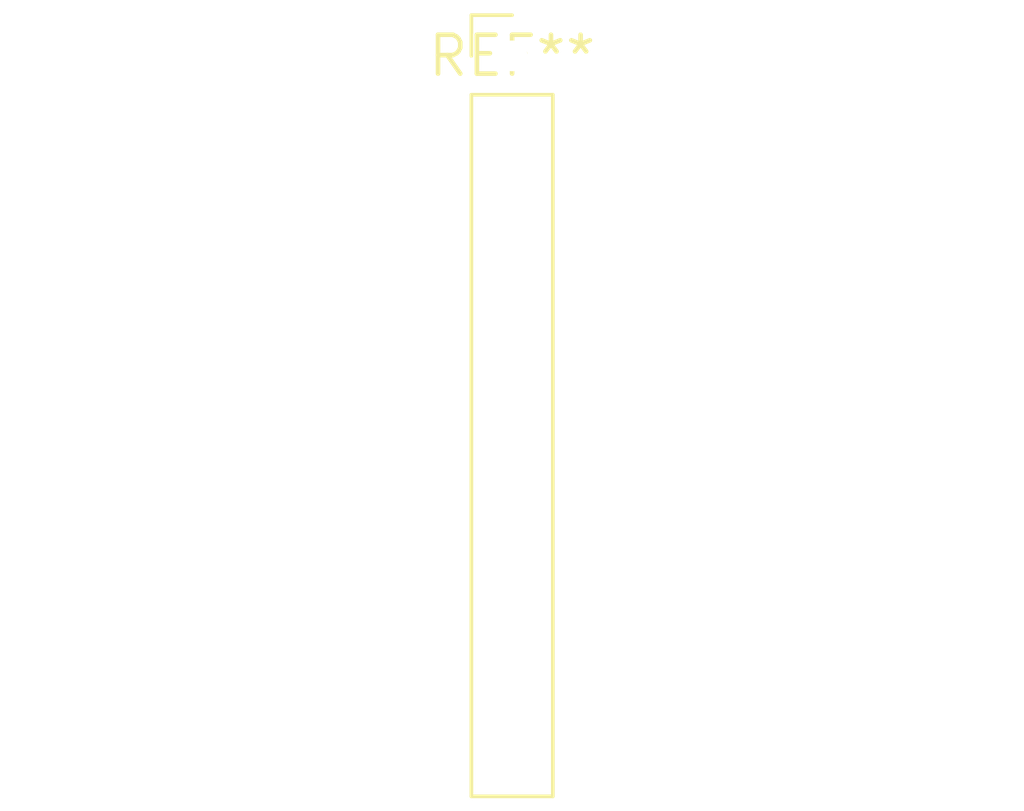
<source format=kicad_pcb>
(kicad_pcb (version 20240108) (generator pcbnew)
  (layers (0 "F.Cu" signal) (31 "B.Cu" signal) (34 "B.Paste" user) (35 "F.Paste" user) (36 "B.SilkS" user "B.Silkscreen") (37 "F.SilkS" user "F.Silkscreen") (38 "B.Mask" user) (39 "F.Mask" user) (44 "Edge.Cuts" user))
  (net 0 "")
  (footprint "PinHeader_1x10_P2.54mm_Vertical" (layer "F.Cu") (at 0 0)
    (property "Reference" "REF**")
    (property "Value" "PinHeader_1x10_P2.54mm_Vertical")
    (fp_line (start -1.33 -1.33) (end 0 -1.33) (layer "F.SilkS") (stroke (width 0.12)))
    (fp_line (start -1.33 0) (end -1.33 -1.33) (layer "F.SilkS") (stroke (width 0.12)))
    (fp_line (start -1.33 1.27) (end -1.33 24.19) (layer "F.SilkS") (stroke (width 0.12)))
    (fp_line (start -1.33 1.27) (end 1.33 1.27) (layer "F.SilkS") (stroke (width 0.12)))
    (fp_line (start -1.33 24.19) (end 1.33 24.19) (layer "F.SilkS") (stroke (width 0.12)))
    (fp_line (start 1.33 1.27) (end 1.33 24.19) (layer "F.SilkS") (stroke (width 0.12)))
    (pad "1" thru_hole rect (at 0 0) (size 1.7 1.7) (drill 1) (layers *.Cu *.Mask) (remove_unused_layers))
    (pad "2" thru_hole oval (at 0 2.54) (size 1.7 1.7) (drill 1) (layers *.Cu *.Mask) (remove_unused_layers))
    (pad "3" thru_hole oval (at 0 5.08) (size 1.7 1.7) (drill 1) (layers *.Cu *.Mask) (remove_unused_layers))
    (pad "4" thru_hole oval (at 0 7.62) (size 1.7 1.7) (drill 1) (layers *.Cu *.Mask) (remove_unused_layers))
    (pad "5" thru_hole oval (at 0 10.16) (size 1.7 1.7) (drill 1) (layers *.Cu *.Mask) (remove_unused_layers))
    (pad "6" thru_hole oval (at 0 12.7) (size 1.7 1.7) (drill 1) (layers *.Cu *.Mask) (remove_unused_layers))
    (pad "7" thru_hole oval (at 0 15.24) (size 1.7 1.7) (drill 1) (layers *.Cu *.Mask) (remove_unused_layers))
    (pad "8" thru_hole oval (at 0 17.78) (size 1.7 1.7) (drill 1) (layers *.Cu *.Mask) (remove_unused_layers))
    (pad "9" thru_hole oval (at 0 20.32) (size 1.7 1.7) (drill 1) (layers *.Cu *.Mask) (remove_unused_layers))
    (pad "10" thru_hole oval (at 0 22.86) (size 1.7 1.7) (drill 1) (layers *.Cu *.Mask) (remove_unused_layers))
  )
)
</source>
